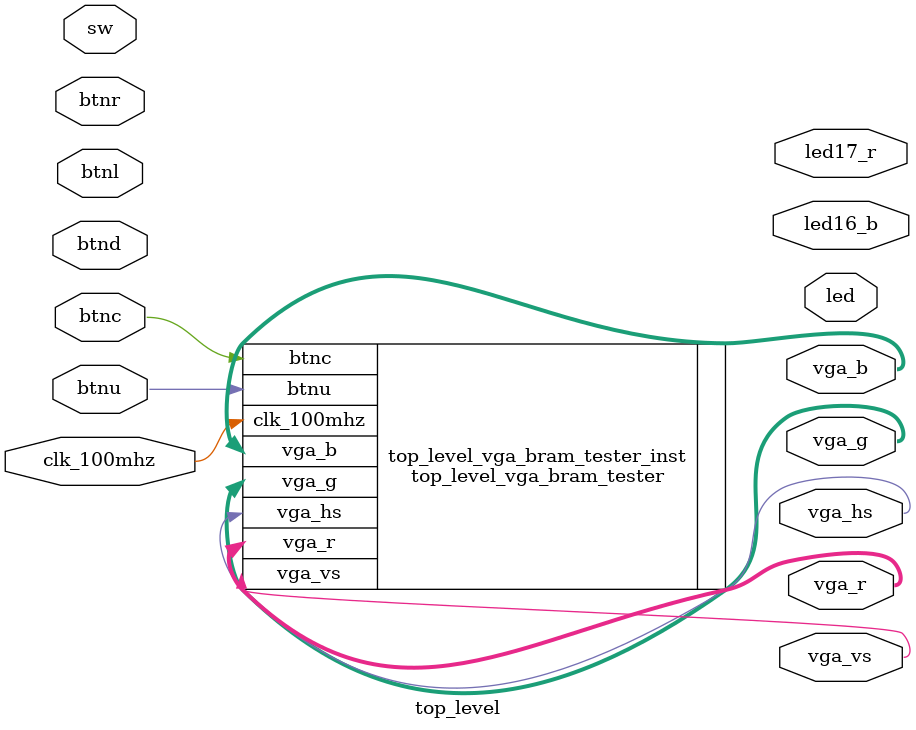
<source format=sv>
`timescale 1ns / 1ps
`default_nettype none

`include "types.sv"


module top_level(
  input wire clk_100mhz,
  input wire btnc,
  input wire btnl, btnr, btnu, btnd,
  input wire [15:0] sw,
  output logic [15:0] led,
  output logic led17_r,
  output logic led16_b,
  output logic [3:0] vga_r, vga_g, vga_b,
  output logic vga_hs, vga_vs
);

  // top_level_fixed_point_tester top_level_fixed_point_tester_inst(
  //   .clk_100mhz(clk_100mhz),
  //   .btnc(btnc),
  //   .btnl(btnl),
  //   .btnr(btnr),
  //   .btnu(btnu),
  //   .btnd(btnd),
  //   .sw(sw),
  //   .led(led),
  //   .led17_r(led17_r),
  //   .led16_b(led16_b)
  // );

  top_level_vga_bram_tester top_level_vga_bram_tester_inst(
    .clk_100mhz(clk_100mhz),
    .btnc(btnc),
    .btnu(btnu),
    .vga_r(vga_r),
    .vga_g(vga_g),
    .vga_b(vga_b),
    .vga_hs(vga_hs),
    .vga_vs(vga_vs)
  );

  // top_level_main top_level_main_inst(
  //   .clk_100mhz(clk_100mhz),
  //   .btnc(btnc),
  //   .btnl(btnl),
  //   .btnr(btnr),
  //   .btnu(btnu),
  //   .btnd(btnd),
  //   .sw(sw),
  //   .vga_r(vga_r),
  //   .vga_g(vga_g),
  //   .vga_b(vga_b),
  //   .vga_hs(vga_hs),
  //   .vga_vs(vga_vs)
  // );


endmodule // top_level

`default_nettype wire

</source>
